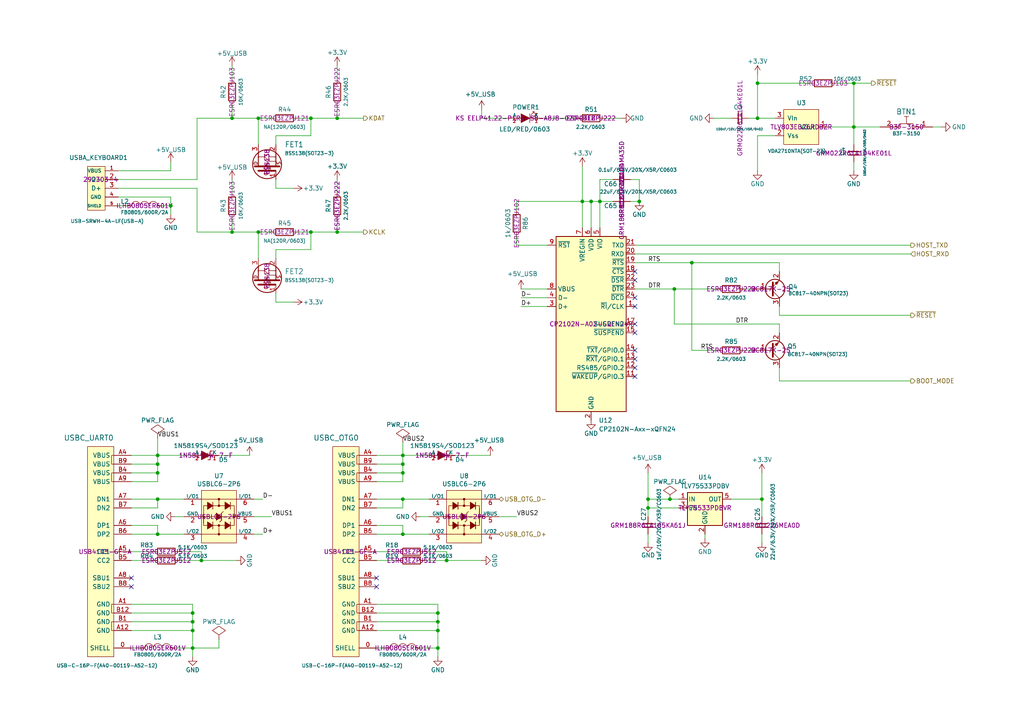
<source format=kicad_sch>
(kicad_sch (version 20250114) (generator "eeschema") (generator_version "9.0")
  (paper "A4")
  (lib_symbols
    (symbol "AgonLight2_Rev_B:+3.3V" (power) (pin_names (offset 0))
      (property "Value" "+3.3V" (at 0 3.556 0))
      (symbol "+3.3V_1_1"
        (pin power_in line (at 0 0 90) (length 0) (hide yes) (name "+3.3V") (number "1"))
      )
    )
    (symbol "AgonLight2_Rev_B:+5V" (power) (pin_names (offset 0))
      (property "Value" "+5V" (at 0 3.556 0))
      (symbol "+5V_1_1"
        (pin power_in line (at 0 0 90) (length 0) (hide yes) (name "+5V") (number "1"))
      )
    )
    (symbol "AgonLight2_Rev_B:+5V_USB" (power) (pin_names (offset 0))
      (property "Value" "+5V_USB" (at 0 3.81 0))
      (symbol "+5V_USB_1_1"
        (pin power_in line (at 0 0 90) (length 0) (hide yes) (name "+5V_USB") (number "1"))
      )
    )
    (symbol "AgonLight2_Rev_B:C" (pin_numbers (hide yes)) (pin_names (offset 0.254) (hide yes))
      (property "Reference" "C" (at 0.254 1.778 0))
      (property "Value" "C" (at 0.254 -2.032 0))
      (symbol "C_1_1"
        (pin passive line (at 0 2.54 270) (length 1.905) (name "~") (number "1"))
        (pin passive line (at 0 -2.54 90) (length 2.032) (name "~") (number "2"))
      )
    )
    (symbol "AgonLight2_Rev_B:D_Schottky" (pin_names (offset 0))
      (property "Reference" "D" (at 0 2.54 0))
      (property "Value" "D_Schottky" (at 0 -2.54 0))
      (symbol "D_Schottky_1_1"
        (pin passive line (at -3.81 0 0) (length 2.54) (name "K") (number "1"))
        (pin passive line (at 3.81 0 180) (length 2.54) (name "A") (number "2"))
      )
    )
    (symbol "AgonLight2_Rev_B:GND" (power) (pin_names (offset 0))
      (property "Value" "GND" (at 0 -3.81 0))
      (symbol "GND_1_1"
        (pin power_in line (at 0 0 270) (length 0) (hide yes) (name "GND") (number "1"))
      )
    )
    (symbol "AgonLight2_Rev_B:L" (pin_numbers (hide yes)) (pin_names (offset 0) (hide yes))
      (property "Reference" "L" (at -1.27 2.54 0))
      (property "Value" "L" (at -1.27 -1.27 0))
      (symbol "L_1_1"
        (pin passive line (at -5.08 0 0) (length 1.27) (name "1") (number "1"))
        (pin passive line (at 5.08 0 180) (length 1.27) (name "2") (number "2"))
      )
    )
    (symbol "AgonLight2_Rev_B:LED" (pin_names (offset 0))
      (property "Reference" "LED" (at 0 2.54 0))
      (property "Value" "LED" (at 0 -2.54 0))
      (symbol "LED_1_1"
        (pin passive line (at -5.08 0 0) (length 3.81) (name "K") (number "1"))
        (pin passive line (at 5.08 0 180) (length 3.81) (name "A") (number "2"))
      )
    )
    (symbol "AgonLight2_Rev_B:N-MOS+DIOD" (pin_names (offset 1.016) (hide yes))
      (property "Reference" "FET" (at 0 6.35 0))
      (property "Value" "N-MOS+DIOD" (at 0 -6.35 0))
      (symbol "N-MOS+DIOD_0_0"
        (text "G" (at -3.429 0.3048 0) (effects (font (size 1.016 1.016))))
        (text "N-MOS" (at -1.905 -0.0254 900) (effects (font (size 0.4064 0.4064))))
        (text "D" (at -0.3302 3.302 0) (effects (font (size 1.016 1.016))))
        (text "S" (at -0.3048 -3.4036 0) (effects (font (size 1.016 1.016))))
      )
      (symbol "N-MOS+DIOD_1_1"
        (pin input line (at -5.08 -2.54 0) (length 2.54) (name "G") (number "1"))
        (pin passive line (at 5.08 2.54 180) (length 2.54) (name "D") (number "3"))
        (pin passive line (at 5.08 -2.54 180) (length 2.54) (name "S") (number "2"))
      )
    )
    (symbol "AgonLight2_Rev_B:PWR_FLAG" (power) (pin_numbers (hide yes)) (pin_names (offset 0) (hide yes))
      (property "Value" "PWR_FLAG" (at 0 4.572 0))
      (symbol "PWR_FLAG_0_0"
        (pin power_out line (at 0 0 90) (length 0) (name "pwr") (number "1"))
      )
    )
    (symbol "AgonLight2_Rev_B:Q_NPN_BEC" (pin_names (offset 0) (hide yes))
      (property "Reference" "Q" (at 7.62 1.27 0))
      (property "Value" "Q_NPN_BEC" (at 15.24 -1.27 0))
      (symbol "Q_NPN_BEC_1_1"
        (pin passive line (at -5.08 0 0) (length 5.715) (name "B") (number "1"))
        (pin passive line (at 2.54 5.08 270) (length 2.54) (name "C") (number "3"))
        (pin passive line (at 2.54 -5.08 90) (length 2.54) (name "E") (number "2"))
      )
    )
    (symbol "AgonLight2_Rev_B:R" (pin_numbers (hide yes)) (pin_names (offset 0))
      (property "Reference" "R" (at 0 2.032 0))
      (property "Value" "R" (at 0 0 0))
      (symbol "R_1_1"
        (pin passive line (at -3.81 0 0) (length 1.27) (name "~") (number "1"))
        (pin passive line (at 3.81 0 180) (length 1.27) (name "~") (number "2"))
      )
    )
    (symbol "AgonLight2_Rev_B:T1107A(6x3,8x2,5MM)" (pin_names (offset 1.016))
      (property "Reference" "SW" (at -4.064 2.794 0))
      (property "Value" "T1107A(6x3,8x2,5MM)" (at 14.478 2.794 0))
      (symbol "T1107A(6x3,8x2,5MM)_1_1"
        (pin passive line (at -7.62 0 0) (length 5.08) (name "~") (number "1"))
        (pin passive line (at 7.62 0 180) (length 5.08) (name "~") (number "2"))
      )
    )
    (symbol "AgonLight2_Rev_B:USB2.0_TYPE-C(A40-00119-A52-12)" (pin_names (offset 1.016))
      (property "Reference" "USB-C" (at 0 33.02 0))
      (property "Value" "USB2.0_TYPE-C(A40-00119-A52-12)" (at 0 -33.02 0))
      (property "Footprint" "OLIMEX_Connectors-FP:USB2.0_TYPE-C(A40-00119-A52-12)" (at 0 -35.56 0))
      (symbol "USB2.0_TYPE-C(A40-00119-A52-12)_1_1"
        (pin power_in line (at -7.62 27.94 0) (length 5.08) (name "VBUS") (number "A4"))
        (pin power_in line (at -7.62 25.4 0) (length 5.08) (name "VBUS") (number "B9"))
        (pin power_in line (at -7.62 22.86 0) (length 5.08) (name "VBUS") (number "B4"))
        (pin power_in line (at -7.62 20.32 0) (length 5.08) (name "VBUS") (number "A9"))
        (pin bidirectional line (at -7.62 15.24 0) (length 5.08) (name "DN1") (number "A7"))
        (pin bidirectional line (at -7.62 12.7 0) (length 5.08) (name "DN2") (number "B7"))
        (pin bidirectional line (at -7.62 7.62 0) (length 5.08) (name "DP1") (number "A6"))
        (pin bidirectional line (at -7.62 5.08 0) (length 5.08) (name "DP2") (number "B6"))
        (pin input line (at -7.62 0 0) (length 5.08) (name "CC1") (number "A5"))
        (pin input line (at -7.62 -2.54 0) (length 5.08) (name "CC2") (number "B5"))
        (pin bidirectional line (at -7.62 -7.62 0) (length 5.08) (name "SBU1") (number "A8"))
        (pin bidirectional line (at -7.62 -10.16 0) (length 5.08) (name "SBU2") (number "B8"))
        (pin power_in line (at -7.62 -15.24 0) (length 5.08) (name "GND") (number "A1"))
        (pin power_in line (at -7.62 -17.78 0) (length 5.08) (name "GND") (number "B12"))
        (pin power_in line (at -7.62 -20.32 0) (length 5.08) (name "GND") (number "B1"))
        (pin power_in line (at -7.62 -22.86 0) (length 5.08) (name "GND") (number "A12"))
        (pin passive line (at -7.62 -27.94 0) (length 5.08) (name "SHELL") (number "0"))
      )
    )
    (symbol "AgonLight2_Rev_B:USBLC6-2P6" (pin_names (offset 0))
      (property "Reference" "U" (at 0 10.16 0))
      (property "Value" "USBLC6-2P6" (at 0 -10.16 0))
      (symbol "USBLC6-2P6_1_1"
        (pin passive line (at -10.16 5.08 0) (length 5.08) (name "I/O1") (number "1"))
        (pin passive line (at -10.16 0 0) (length 5.08) (name "GND") (number "2"))
        (pin passive line (at -10.16 -5.08 0) (length 5.08) (name "I/O2") (number "3"))
        (pin passive line (at 10.16 5.08 180) (length 5.08) (name "I/O1") (number "6"))
        (pin passive line (at 10.16 0 180) (length 5.08) (name "VBUS") (number "5"))
        (pin passive line (at 10.16 -5.08 180) (length 5.08) (name "I/O2") (number "4"))
      )
    )
    (symbol "AgonLight2_Rev_B:USB_A_MALE" (pin_names (offset 1.016))
      (property "Reference" "USB" (at 1.27 6.35 0))
      (property "Value" "USB_A_MALE" (at 1.27 -11.43 0))
      (symbol "USB_A_MALE_1_1"
        (pin input line (at -5.08 2.54 0) (length 3.81) (name "VBUS") (number "1"))
        (pin bidirectional line (at -5.08 0 0) (length 3.81) (name "D-") (number "2"))
        (pin bidirectional line (at -5.08 -2.54 0) (length 3.81) (name "D+") (number "3"))
        (pin power_in line (at -5.08 -5.08 0) (length 3.81) (name "GND") (number "4"))
        (pin passive line (at -5.08 -7.62 0) (length 3.81) (name "SHIELD") (number "5"))
      )
    )
    (symbol "AgonLight2_Rev_B:VDA2710NTA(SOT-23)" (pin_names (offset 1.016))
      (property "Reference" "U" (at 0 7.62 0))
      (property "Value" "VDA2710NTA(SOT-23)" (at 0 -7.62 0))
      (symbol "VDA2710NTA(SOT-23)_1_1"
        (pin input line (at -7.62 2.54 0) (length 2.54) (name "VIn") (number "3"))
        (pin power_in line (at -7.62 -2.54 0) (length 2.54) (name "Vss") (number "2"))
        (pin open_collector line (at 7.62 0 180) (length 2.54) (name "VOut") (number "1"))
      )
    )
    (symbol "Interface_USB:CP2102N-Axx-xQFN24"
      (property "Reference" "U" (at -8.89 26.67 0))
      (property "Value" "CP2102N-Axx-xQFN24" (at 13.97 26.67 0))
      (symbol "CP2102N-Axx-xQFN24_1_1"
        (pin input line (at -12.7 22.86 0) (length 2.54) (name "~{RST}") (number "9"))
        (pin input line (at -12.7 10.16 0) (length 2.54) (name "VBUS") (number "8"))
        (pin bidirectional line (at -12.7 7.62 0) (length 2.54) (name "D-") (number "4"))
        (pin bidirectional line (at -12.7 5.08 0) (length 2.54) (name "D+") (number "3"))
        (pin no_connect line (at -10.16 -22.86 0) (length 2.54) (hide yes) (name "NC") (number "10"))
        (pin power_in line (at -2.54 27.94 270) (length 2.54) (name "VREGIN") (number "7"))
        (pin power_in line (at 0 27.94 270) (length 2.54) (name "VDD") (number "6"))
        (pin power_in line (at 0 -27.94 90) (length 2.54) (name "GND") (number "2"))
        (pin passive line (at 0 -27.94 90) (length 2.54) (hide yes) (name "GND") (number "25"))
        (pin power_in line (at 2.54 27.94 270) (length 2.54) (name "VIO") (number "5"))
        (pin no_connect line (at 10.16 -22.86 180) (length 2.54) (hide yes) (name "NC") (number "16"))
        (pin output line (at 12.7 22.86 180) (length 2.54) (name "TXD") (number "21"))
        (pin input line (at 12.7 20.32 180) (length 2.54) (name "RXD") (number "20"))
        (pin output line (at 12.7 17.78 180) (length 2.54) (name "~{RTS}") (number "19"))
        (pin input line (at 12.7 15.24 180) (length 2.54) (name "~{CTS}") (number "18"))
        (pin input line (at 12.7 12.7 180) (length 2.54) (name "~{DSR}") (number "22"))
        (pin output line (at 12.7 10.16 180) (length 2.54) (name "~{DTR}") (number "23"))
        (pin input line (at 12.7 7.62 180) (length 2.54) (name "~{DCD}") (number "24"))
        (pin bidirectional line (at 12.7 5.08 180) (length 2.54) (name "~{RI}/CLK") (number "1"))
        (pin output line (at 12.7 0 180) (length 2.54) (name "SUSPEND") (number "17"))
        (pin output line (at 12.7 -2.54 180) (length 2.54) (name "~{SUSPEND}") (number "15"))
        (pin bidirectional line (at 12.7 -7.62 180) (length 2.54) (name "~{TXT}/GPIO.0") (number "14"))
        (pin bidirectional line (at 12.7 -10.16 180) (length 2.54) (name "~{RXT}/GPIO.1") (number "13"))
        (pin bidirectional line (at 12.7 -12.7 180) (length 2.54) (name "RS485/GPIO.2") (number "12"))
        (pin bidirectional line (at 12.7 -15.24 180) (length 2.54) (name "~{WAKEUP}/GPIO.3") (number "11"))
      )
    )
    (symbol "Regulator_Linear:TLV75533PDBV" (pin_names (offset 0.254))
      (property "Reference" "U" (at -3.81 5.715 0))
      (property "Value" "TLV75533PDBV" (at 0 5.715 0))
      (symbol "TLV75533PDBV_1_1"
        (pin power_in line (at -7.62 2.54 0) (length 2.54) (name "IN") (number "1"))
        (pin input line (at -7.62 0 0) (length 2.54) (name "EN") (number "3"))
        (pin power_in line (at 0 -7.62 90) (length 2.54) (name "GND") (number "2"))
        (pin no_connect line (at 5.08 0 180) (length 2.54) (hide yes) (name "NC") (number "4"))
        (pin power_out line (at 7.62 2.54 180) (length 2.54) (name "OUT") (number "5"))
      )
    )
  )
  (junction (at 97.79 34.29))
  (junction (at 116.84 134.62))
  (junction (at 67.31 34.29))
  (junction (at 129.54 162.56))
  (junction (at 97.79 67.31))
  (junction (at 185.42 58.42))
  (junction (at 45.72 134.62))
  (junction (at 45.72 137.16))
  (junction (at 220.98 144.78))
  (junction (at 247.65 24.13))
  (junction (at 45.72 144.78))
  (junction (at 90.17 34.29))
  (junction (at 55.88 177.8))
  (junction (at 116.84 154.94))
  (junction (at 74.93 34.29))
  (junction (at 194.31 144.78))
  (junction (at 219.71 34.29))
  (junction (at 127 180.34))
  (junction (at 90.17 67.31))
  (junction (at 247.65 36.83))
  (junction (at 127 182.88))
  (junction (at 55.88 187.96))
  (junction (at 74.93 67.31))
  (junction (at 116.84 137.16))
  (junction (at 127 187.96))
  (junction (at 49.53 59.69))
  (junction (at 195.58 83.82))
  (junction (at 67.31 67.31))
  (junction (at 127 177.8))
  (junction (at 187.96 144.78))
  (junction (at 173.99 58.42))
  (junction (at 171.45 58.42))
  (junction (at 55.88 182.88))
  (junction (at 45.72 132.08))
  (junction (at 116.84 132.08))
  (junction (at 168.91 58.42))
  (junction (at 55.88 180.34))
  (junction (at 200.66 76.2))
  (junction (at 219.71 24.13))
  (junction (at 187.96 147.32))
  (junction (at 45.72 154.94))
  (junction (at 116.84 144.78))
  (junction (at 58.42 162.56))
  (no_connect (at 109.22 170.18))
  (no_connect (at 184.15 86.36))
  (no_connect (at 184.15 109.22))
  (no_connect (at 38.1 167.64))
  (no_connect (at 184.15 96.52))
  (no_connect (at 184.15 101.6))
  (no_connect (at 184.15 88.9))
  (no_connect (at 184.15 104.14))
  (no_connect (at 38.1 170.18))
  (no_connect (at 184.15 81.28))
  (no_connect (at 184.15 93.98))
  (no_connect (at 184.15 78.74))
  (no_connect (at 184.15 106.68))
  (no_connect (at 109.22 167.64))
  (wire (pts (xy 212.09 34.29) (xy 207.01 34.29)))
  (wire (pts (xy 196.85 147.32) (xy 187.96 147.32)))
  (wire (pts (xy 184.15 71.12) (xy 264.16 71.12)))
  (wire (pts (xy 124.46 149.86) (xy 121.92 149.86)))
  (wire (pts (xy 173.99 58.42) (xy 177.8 58.42)))
  (wire (pts (xy 132.08 132.08) (xy 142.24 132.08)))
  (wire (pts (xy 171.45 58.42) (xy 173.99 58.42)))
  (wire (pts (xy 45.72 144.78) (xy 53.34 144.78)))
  (wire (pts (xy 97.79 19.05) (xy 97.79 22.86)))
  (wire (pts (xy 86.36 67.31) (xy 90.17 67.31)))
  (wire (pts (xy 220.98 154.94) (xy 220.98 157.48)))
  (wire (pts (xy 49.53 59.69) (xy 49.53 62.23)))
  (wire (pts (xy 55.88 187.96) (xy 55.88 182.88)))
  (wire (pts (xy 45.72 144.78) (xy 45.72 147.32)))
  (wire (pts (xy 226.06 88.9) (xy 226.06 91.44)))
  (wire (pts (xy 45.72 137.16) (xy 45.72 134.62)))
  (wire (pts (xy 109.22 139.7) (xy 116.84 139.7)))
  (wire (pts (xy 171.45 66.04) (xy 171.45 58.42)))
  (wire (pts (xy 55.88 187.96) (xy 50.8 187.96)))
  (wire (pts (xy 127 190.5) (xy 127 187.96)))
  (wire (pts (xy 45.72 154.94) (xy 38.1 154.94)))
  (wire (pts (xy 58.42 162.56) (xy 52.07 162.56)))
  (wire (pts (xy 242.57 24.13) (xy 247.65 24.13)))
  (wire (pts (xy 116.84 152.4) (xy 116.84 154.94)))
  (wire (pts (xy 97.79 55.88) (xy 97.79 52.07)))
  (wire (pts (xy 151.13 86.36) (xy 158.75 86.36)))
  (wire (pts (xy 187.96 147.32) (xy 187.96 144.78)))
  (wire (pts (xy 97.79 30.48) (xy 97.79 34.29)))
  (wire (pts (xy 74.93 34.29) (xy 67.31 34.29)))
  (wire (pts (xy 184.15 83.82) (xy 195.58 83.82)))
  (wire (pts (xy 80.01 87.63) (xy 85.09 87.63)))
  (wire (pts (xy 38.1 177.8) (xy 55.88 177.8)))
  (wire (pts (xy 226.06 93.98) (xy 195.58 93.98)))
  (wire (pts (xy 90.17 67.31) (xy 97.79 67.31)))
  (wire (pts (xy 116.84 139.7) (xy 116.84 137.16)))
  (wire (pts (xy 149.86 68.58) (xy 149.86 71.12)))
  (wire (pts (xy 45.72 132.08) (xy 55.88 132.08)))
  (wire (pts (xy 116.84 144.78) (xy 116.84 147.32)))
  (wire (pts (xy 34.29 49.53) (xy 49.53 49.53)))
  (wire (pts (xy 86.36 34.29) (xy 90.17 34.29)))
  (wire (pts (xy 129.54 162.56) (xy 123.19 162.56)))
  (wire (pts (xy 57.15 52.07) (xy 57.15 34.29)))
  (wire (pts (xy 67.31 63.5) (xy 67.31 67.31)))
  (wire (pts (xy 247.65 41.91) (xy 247.65 36.83)))
  (wire (pts (xy 168.91 66.04) (xy 168.91 58.42)))
  (wire (pts (xy 49.53 46.99) (xy 49.53 49.53)))
  (wire (pts (xy 46.99 59.69) (xy 49.53 59.69)))
  (wire (pts (xy 63.5 185.42) (xy 63.5 187.96)))
  (wire (pts (xy 115.57 160.02) (xy 109.22 160.02)))
  (wire (pts (xy 151.13 88.9) (xy 158.75 88.9)))
  (wire (pts (xy 55.88 190.5) (xy 55.88 187.96)))
  (wire (pts (xy 247.65 24.13) (xy 252.73 24.13)))
  (wire (pts (xy 55.88 180.34) (xy 55.88 177.8)))
  (wire (pts (xy 109.22 177.8) (xy 127 177.8)))
  (wire (pts (xy 49.53 57.15) (xy 49.53 59.69)))
  (wire (pts (xy 63.5 132.08) (xy 72.39 132.08)))
  (wire (pts (xy 127 180.34) (xy 127 177.8)))
  (wire (pts (xy 111.76 187.96) (xy 109.22 187.96)))
  (wire (pts (xy 116.84 134.62) (xy 116.84 132.08)))
  (wire (pts (xy 200.66 101.6) (xy 208.28 101.6)))
  (wire (pts (xy 247.65 36.83) (xy 255.27 36.83)))
  (wire (pts (xy 73.66 149.86) (xy 78.74 149.86)))
  (wire (pts (xy 53.34 154.94) (xy 45.72 154.94)))
  (wire (pts (xy 173.99 52.07) (xy 173.99 58.42)))
  (wire (pts (xy 127 175.26) (xy 109.22 175.26)))
  (wire (pts (xy 184.15 73.66) (xy 264.16 73.66)))
  (wire (pts (xy 127 180.34) (xy 109.22 180.34)))
  (wire (pts (xy 116.84 144.78) (xy 124.46 144.78)))
  (wire (pts (xy 127 182.88) (xy 127 180.34)))
  (wire (pts (xy 127 187.96) (xy 121.92 187.96)))
  (wire (pts (xy 80.01 54.61) (xy 85.09 54.61)))
  (wire (pts (xy 38.1 144.78) (xy 45.72 144.78)))
  (wire (pts (xy 220.98 137.16) (xy 220.98 144.78)))
  (wire (pts (xy 220.98 144.78) (xy 220.98 149.86)))
  (wire (pts (xy 226.06 78.74) (xy 226.06 76.2)))
  (wire (pts (xy 109.22 137.16) (xy 116.84 137.16)))
  (wire (pts (xy 139.7 34.29) (xy 147.32 34.29)))
  (wire (pts (xy 219.71 24.13) (xy 219.71 21.59)))
  (wire (pts (xy 226.06 96.52) (xy 226.06 93.98)))
  (wire (pts (xy 127 187.96) (xy 127 182.88)))
  (wire (pts (xy 38.1 137.16) (xy 45.72 137.16)))
  (wire (pts (xy 219.71 39.37) (xy 219.71 49.53)))
  (wire (pts (xy 187.96 144.78) (xy 187.96 137.16)))
  (wire (pts (xy 97.79 67.31) (xy 105.41 67.31)))
  (wire (pts (xy 226.06 91.44) (xy 264.16 91.44)))
  (wire (pts (xy 38.1 132.08) (xy 45.72 132.08)))
  (wire (pts (xy 219.71 34.29) (xy 219.71 24.13)))
  (wire (pts (xy 109.22 132.08) (xy 116.84 132.08)))
  (wire (pts (xy 167.64 34.29) (xy 157.48 34.29)))
  (wire (pts (xy 219.71 34.29) (xy 217.17 34.29)))
  (wire (pts (xy 168.91 48.26) (xy 168.91 58.42)))
  (wire (pts (xy 226.06 106.68) (xy 226.06 110.49)))
  (wire (pts (xy 195.58 93.98) (xy 195.58 83.82)))
  (wire (pts (xy 127 177.8) (xy 127 175.26)))
  (wire (pts (xy 57.15 34.29) (xy 67.31 34.29)))
  (wire (pts (xy 224.79 34.29) (xy 219.71 34.29)))
  (wire (pts (xy 80.01 52.07) (xy 80.01 54.61)))
  (wire (pts (xy 45.72 139.7) (xy 45.72 137.16)))
  (wire (pts (xy 55.88 175.26) (xy 38.1 175.26)))
  (wire (pts (xy 247.65 24.13) (xy 247.65 36.83)))
  (wire (pts (xy 63.5 187.96) (xy 55.88 187.96)))
  (wire (pts (xy 226.06 110.49) (xy 264.16 110.49)))
  (wire (pts (xy 109.22 144.78) (xy 116.84 144.78)))
  (wire (pts (xy 78.74 34.29) (xy 74.93 34.29)))
  (wire (pts (xy 129.54 160.02) (xy 129.54 162.56)))
  (wire (pts (xy 240.03 36.83) (xy 247.65 36.83)))
  (wire (pts (xy 55.88 180.34) (xy 38.1 180.34)))
  (wire (pts (xy 80.01 39.37) (xy 90.17 39.37)))
  (wire (pts (xy 78.74 67.31) (xy 74.93 67.31)))
  (wire (pts (xy 58.42 160.02) (xy 58.42 162.56)))
  (wire (pts (xy 187.96 144.78) (xy 194.31 144.78)))
  (wire (pts (xy 74.93 41.91) (xy 74.93 34.29)))
  (wire (pts (xy 52.07 160.02) (xy 58.42 160.02)))
  (wire (pts (xy 123.19 160.02) (xy 129.54 160.02)))
  (wire (pts (xy 109.22 162.56) (xy 115.57 162.56)))
  (wire (pts (xy 175.26 34.29) (xy 180.34 34.29)))
  (wire (pts (xy 44.45 160.02) (xy 38.1 160.02)))
  (wire (pts (xy 139.7 162.56) (xy 129.54 162.56)))
  (wire (pts (xy 139.7 34.29) (xy 139.7 31.75)))
  (wire (pts (xy 208.28 83.82) (xy 195.58 83.82)))
  (wire (pts (xy 116.84 137.16) (xy 116.84 134.62)))
  (wire (pts (xy 36.83 59.69) (xy 34.29 59.69)))
  (wire (pts (xy 53.34 149.86) (xy 50.8 149.86)))
  (wire (pts (xy 57.15 67.31) (xy 67.31 67.31)))
  (wire (pts (xy 38.1 162.56) (xy 44.45 162.56)))
  (wire (pts (xy 273.05 36.83) (xy 270.51 36.83)))
  (wire (pts (xy 149.86 58.42) (xy 149.86 60.96)))
  (wire (pts (xy 73.66 154.94) (xy 76.2 154.94)))
  (wire (pts (xy 171.45 58.42) (xy 168.91 58.42)))
  (wire (pts (xy 90.17 39.37) (xy 90.17 34.29)))
  (wire (pts (xy 124.46 154.94) (xy 116.84 154.94)))
  (wire (pts (xy 212.09 144.78) (xy 220.98 144.78)))
  (wire (pts (xy 74.93 74.93) (xy 74.93 67.31)))
  (wire (pts (xy 116.84 154.94) (xy 109.22 154.94)))
  (wire (pts (xy 182.88 52.07) (xy 185.42 52.07)))
  (wire (pts (xy 224.79 39.37) (xy 219.71 39.37)))
  (wire (pts (xy 55.88 177.8) (xy 55.88 175.26)))
  (wire (pts (xy 149.86 58.42) (xy 168.91 58.42)))
  (wire (pts (xy 67.31 22.86) (xy 67.31 19.05)))
  (wire (pts (xy 187.96 147.32) (xy 187.96 149.86)))
  (wire (pts (xy 97.79 63.5) (xy 97.79 67.31)))
  (wire (pts (xy 80.01 74.93) (xy 80.01 72.39)))
  (wire (pts (xy 219.71 24.13) (xy 234.95 24.13)))
  (wire (pts (xy 68.58 162.56) (xy 58.42 162.56)))
  (wire (pts (xy 90.17 34.29) (xy 97.79 34.29)))
  (wire (pts (xy 204.47 154.94) (xy 204.47 156.21)))
  (wire (pts (xy 194.31 144.78) (xy 196.85 144.78)))
  (wire (pts (xy 173.99 58.42) (xy 173.99 66.04)))
  (wire (pts (xy 215.9 101.6) (xy 218.44 101.6)))
  (wire (pts (xy 109.22 182.88) (xy 127 182.88)))
  (wire (pts (xy 67.31 30.48) (xy 67.31 34.29)))
  (wire (pts (xy 34.29 57.15) (xy 49.53 57.15)))
  (wire (pts (xy 45.72 152.4) (xy 45.72 154.94)))
  (wire (pts (xy 90.17 72.39) (xy 90.17 67.31)))
  (wire (pts (xy 57.15 54.61) (xy 34.29 54.61)))
  (wire (pts (xy 177.8 52.07) (xy 173.99 52.07)))
  (wire (pts (xy 187.96 154.94) (xy 187.96 157.48)))
  (wire (pts (xy 80.01 72.39) (xy 90.17 72.39)))
  (wire (pts (xy 45.72 134.62) (xy 38.1 134.62)))
  (wire (pts (xy 45.72 147.32) (xy 38.1 147.32)))
  (wire (pts (xy 55.88 182.88) (xy 55.88 180.34)))
  (wire (pts (xy 45.72 134.62) (xy 45.72 132.08)))
  (wire (pts (xy 116.84 132.08) (xy 124.46 132.08)))
  (wire (pts (xy 247.65 46.99) (xy 247.65 49.53)))
  (wire (pts (xy 97.79 34.29) (xy 105.41 34.29)))
  (wire (pts (xy 185.42 58.42) (xy 182.88 58.42)))
  (wire (pts (xy 144.78 149.86) (xy 149.86 149.86)))
  (wire (pts (xy 109.22 152.4) (xy 116.84 152.4)))
  (wire (pts (xy 40.64 187.96) (xy 38.1 187.96)))
  (wire (pts (xy 34.29 52.07) (xy 57.15 52.07)))
  (wire (pts (xy 80.01 85.09) (xy 80.01 87.63)))
  (wire (pts (xy 38.1 182.88) (xy 55.88 182.88)))
  (wire (pts (xy 38.1 139.7) (xy 45.72 139.7)))
  (wire (pts (xy 116.84 128.27) (xy 116.84 132.08)))
  (wire (pts (xy 45.72 127) (xy 45.72 132.08)))
  (wire (pts (xy 57.15 67.31) (xy 57.15 54.61)))
  (wire (pts (xy 184.15 76.2) (xy 200.66 76.2)))
  (wire (pts (xy 226.06 76.2) (xy 200.66 76.2)))
  (wire (pts (xy 116.84 147.32) (xy 109.22 147.32)))
  (wire (pts (xy 73.66 144.78) (xy 76.2 144.78)))
  (wire (pts (xy 67.31 55.88) (xy 67.31 52.07)))
  (wire (pts (xy 215.9 83.82) (xy 218.44 83.82)))
  (wire (pts (xy 185.42 52.07) (xy 185.42 58.42)))
  (wire (pts (xy 116.84 134.62) (xy 109.22 134.62)))
  (wire (pts (xy 149.86 71.12) (xy 158.75 71.12)))
  (wire (pts (xy 74.93 67.31) (xy 67.31 67.31)))
  (wire (pts (xy 151.13 83.82) (xy 158.75 83.82)))
  (wire (pts (xy 38.1 152.4) (xy 45.72 152.4)))
  (wire (pts (xy 80.01 41.91) (xy 80.01 39.37)))
  (wire (pts (xy 200.66 76.2) (xy 200.66 101.6)))
  (label "D+" (at 151.13 88.9 0))
  (label "D-" (at 151.13 86.36 0))
  (label "VBUS2" (at 149.86 149.86 0))
  (label "DTR" (at 213.36 93.98 0))
  (label "VBUS1" (at 45.72 127 0))
  (label "D-" (at 76.2 144.78 0))
  (label "VBUS2" (at 116.84 128.27 0))
  (label "D+" (at 76.2 154.94 0))
  (label "RTS" (at 187.96 76.2 0))
  (label "VBUS1" (at 78.74 149.86 0))
  (label "RTS" (at 203.2 101.6 0))
  (label "DTR" (at 187.96 83.82 0))
  (hierarchical_label "~{RESET}" (shape output) (at 264.16 91.44 0))
  (hierarchical_label "KDAT" (shape output) (at 105.41 34.29 0))
  (hierarchical_label "HOST_TXD" (shape output) (at 264.16 71.12 0))
  (hierarchical_label "BOOT_MODE" (shape output) (at 264.16 110.49 0))
  (hierarchical_label "~{RESET}" (shape output) (at 252.73 24.13 0))
  (hierarchical_label "USB_OTG_D+" (shape bidirectional) (at 144.78 154.94 0))
  (hierarchical_label "HOST_RXD" (shape input) (at 264.16 73.66 0))
  (hierarchical_label "USB_OTG_D-" (shape bidirectional) (at 144.78 144.78 0))
  (hierarchical_label "KCLK" (shape output) (at 105.41 67.31 0))
  (symbol (lib_id "AgonLight2_Rev_B:GND") (at 207.01 34.29 270) (unit 1)
    (property "Reference" "#PWR036" (effects (hide yes)))
    (property "Value" "GND" (at 201.93 34.29 90))
  )
  (symbol (lib_id "AgonLight2_Rev_B:C") (at 180.34 58.42 90) (unit 1)
    (property "Reference" "C65" (at 179.07 59.69 90) (effects (justify left)))
    (property "Value" "22uF/6.3V/20%/X5R/C0603" (at 196.342 55.626 90) (effects (font (size 1.016 1.016)) (justify left)))
    (property "Footprint" "HexAgonFootprintsLibrary:C_0603_5MIL_DWS" (effects (hide yes)))
    (property "Fieldname2" "Value2" (effects (hide yes)))
    (property "Fieldname3" "Value3" (effects (hide yes)))
    (property "MfgNumber" "GRM188R60J226MEA0D" (at 180.34 58.42 0))
  )
  (symbol (lib_id "AgonLight2_Rev_B:+3.3V") (at 85.09 87.63 270) (unit 1)
    (property "Reference" "#PWR030" (effects (hide yes)))
    (property "Value" "+3.3V" (at 90.805 87.63 90))
  )
  (symbol (lib_id "AgonLight2_Rev_B:USB2.0_TYPE-C(A40-00119-A52-12)") (at 30.48 160.02 0) (mirror y) (unit 1)
    (property "Reference" "USBC_UART0" (at 33.02 127 0) (effects (font (size 1.524 1.524)) (justify left)))
    (property "Value" "USB-C-16P-F(A40-00119-A52-12)" (at 45.72 193.04 0) (effects (font (size 1.016 1.016)) (justify left)))
    (property "Footprint" "HexAgonFootprintsLibrary:USB2.0_TYPE-C(A40-00119-A52-12)" (effects (hide yes)))
    (property "MfgNumber" "USB4105-GF-A" (at 30.48 160.02 0))
  )
  (symbol (lib_id "AgonLight2_Rev_B:GND") (at 68.58 162.56 90) (mirror x) (unit 1)
    (property "Reference" "#PWR078" (effects (hide yes)))
    (property "Value" "GND" (at 72.39 162.56 0))
  )
  (symbol (lib_id "AgonLight2_Rev_B:+5V_USB") (at 72.39 132.08 0) (mirror y) (unit 1)
    (property "Reference" "#PWR087" (effects (hide yes)))
    (property "Value" "+5V_USB" (at 72.009 127.6858 0))
  )
  (symbol (lib_id "AgonLight2_Rev_B:R") (at 82.55 67.31 0) (mirror x) (unit 1)
    (property "Reference" "R45" (at 82.55 64.77 0))
    (property "Value" "NA(120R/0603)" (at 82.55 69.85 0) (effects (font (size 1.016 1.016))))
    (property "Footprint" "HexAgonFootprintsLibrary:R_0603_5MIL_DWS" (effects (hide yes)))
    (property "MfgNumber" "ESR03EZPJ121" (at 82.55 67.31 0))
  )
  (symbol (lib_id "AgonLight2_Rev_B:USB_A_MALE") (at 29.21 52.07 0) (mirror y) (unit 1)
    (property "Reference" "USBA_KEYBOARD1" (at 28.575 45.72 0))
    (property "Value" "USB-SRWH-4A-LF(USB-A)" (at 31.115 64.135 0) (effects (font (size 1.016 1.016))))
    (property "Footprint" "HexAgonFootprintsLibrary:USB_PN87520_HOST_PTH" (effects (hide yes)))
    (property "MfgNumber" "292303-4" (at 29.21 52.07 0))
  )
  (symbol (lib_id "AgonLight2_Rev_B:R") (at 48.26 162.56 0) (unit 1)
    (property "Reference" "R84" (at 42.545 161.29 0))
    (property "Value" "5.1K/0603" (at 55.88 161.29 0) (effects (font (size 1.016 1.016))))
    (property "Footprint" "HexAgonFootprintsLibrary:R_0603_5MIL_DWS" (effects (hide yes)))
    (property "MfgNumber" "ESR03EZPJ512" (at 48.26 162.56 0))
  )
  (symbol (lib_id "AgonLight2_Rev_B:PWR_FLAG") (at 116.84 128.27 0) (unit 1)
    (property "Reference" "#FLG02" (effects (hide yes)))
    (property "Value" "PWR_FLAG" (at 116.84 123.19 0))
  )
  (symbol (lib_id "AgonLight2_Rev_B:C") (at 187.96 152.4 0) (unit 1)
    (property "Reference" "C27" (at 186.69 151.13 90) (effects (justify left)))
    (property "Value" "1uF/10V/20%/X5R/C0603" (at 191.135 162.56 90) (effects (font (size 1.016 1.016)) (justify left)))
    (property "Footprint" "HexAgonFootprintsLibrary:C_0603_5MIL_DWS" (effects (hide yes)))
    (property "Fieldname2" "Value2" (effects (hide yes)))
    (property "Fieldname3" "Value3" (effects (hide yes)))
    (property "MfgNumber" "GRM188R61A105KA61J" (at 187.96 152.4 0))
  )
  (symbol (lib_id "AgonLight2_Rev_B:L") (at 116.84 187.96 0) (unit 1)
    (property "Reference" "L4" (at 116.84 184.785 0))
    (property "Value" "FB0805/600R/2A" (at 116.84 189.865 0) (effects (font (size 1.016 1.016))))
    (property "Footprint" "HexAgonFootprintsLibrary:L_0805_5MIL_DWS" (effects (hide yes)))
    (property "MfgNumber" "ILHB0805ER601V" (at 116.84 187.96 0))
  )
  (symbol (lib_id "AgonLight2_Rev_B:D_Schottky") (at 128.27 132.08 180) (unit 1)
    (property "Reference" "D4" (at 133.35 133.35 0))
    (property "Value" "1N5819S4/SOD123" (at 128.27 129.286 0))
    (property "Footprint" "HexAgonFootprintsLibrary:SOD-123_1C-2A_KA" (effects (hide yes)))
    (property "MfgNumber" "1N5819HW-7-F" (at 128.27 132.08 0))
  )
  (symbol (lib_id "AgonLight2_Rev_B:R") (at 48.26 160.02 0) (unit 1)
    (property "Reference" "R83" (at 42.545 158.115 0))
    (property "Value" "5.1K/0603" (at 55.88 158.75 0) (effects (font (size 1.016 1.016))))
    (property "Footprint" "HexAgonFootprintsLibrary:R_0603_5MIL_DWS" (effects (hide yes)))
    (property "MfgNumber" "ESR03EZPJ512" (at 48.26 160.02 0))
  )
  (symbol (lib_id "AgonLight2_Rev_B:GND") (at 220.98 157.48 0) (unit 1)
    (property "Reference" "#PWR0156" (effects (hide yes)))
    (property "Value" "GND" (at 220.98 161.036 0))
  )
  (symbol (lib_id "AgonLight2_Rev_B:+3.3V") (at 97.79 52.07 0) (unit 1)
    (property "Reference" "#PWR033" (effects (hide yes)))
    (property "Value" "+3.3V" (at 97.79 48.26 0))
  )
  (symbol (lib_id "AgonLight2_Rev_B:R") (at 149.86 64.77 270) (unit 1)
    (property "Reference" "R86" (at 152.4 64.77 0))
    (property "Value" "1k/0603" (at 147.32 64.77 0))
    (property "Footprint" "HexAgonFootprintsLibrary:R_0603_5MIL_DWS" (effects (hide yes)))
    (property "Fieldname2" "Value2" (effects (hide yes)))
    (property "Fieldname3" "Value3" (effects (hide yes)))
    (property "MfgNumber" "ESR03EZPJ102" (at 149.86 64.77 0))
  )
  (symbol (lib_id "AgonLight2_Rev_B:GND") (at 55.88 190.5 0) (mirror y) (unit 1)
    (property "Reference" "#PWR077" (effects (hide yes)))
    (property "Value" "GND" (at 55.88 194.31 0))
  )
  (symbol (lib_id "AgonLight2_Rev_B:R") (at 171.45 34.29 0) (unit 1)
    (property "Reference" "R51" (at 169.545 31.75 0) (effects (justify left)))
    (property "Value" "2.2K/0603" (at 167.005 36.83 0) (effects (font (size 1.016 1.016)) (justify left)))
    (property "Footprint" "HexAgonFootprintsLibrary:R_0603_5MIL_DWS" (effects (hide yes)))
    (property "Fieldname2" "Value2" (effects (hide yes)))
    (property "Fieldname3" "Value3" (effects (hide yes)))
    (property "MfgNumber" "ESR03EZPJ222" (at 171.45 34.29 0))
  )
  (symbol (lib_id "AgonLight2_Rev_B:+5V_USB") (at 187.96 137.16 0) (mirror y) (unit 1)
    (property "Reference" "#PWR0157" (effects (hide yes)))
    (property "Value" "+5V_USB" (at 187.579 132.7658 0))
  )
  (symbol (lib_id "AgonLight2_Rev_B:R") (at 67.31 59.69 270) (mirror x) (unit 1)
    (property "Reference" "R43" (at 64.77 59.69 0))
    (property "Value" "10K/0603" (at 69.85 59.69 0) (effects (font (size 1.016 1.016))))
    (property "Footprint" "HexAgonFootprintsLibrary:R_0603_5MIL_DWS" (effects (hide yes)))
    (property "MfgNumber" "ESR03EZPJ103" (at 67.31 59.69 0))
  )
  (symbol (lib_id "AgonLight2_Rev_B:USBLC6-2P6") (at 63.5 149.86 0) (unit 1)
    (property "Reference" "U7" (at 63.5 138.049 0))
    (property "Value" "USBLC6-2P6" (at 63.5 140.3604 0))
    (property "Footprint" "HexAgonFootprintsLibrary:SOT-666" (effects (hide yes)))
    (property "MfgNumber" "USBLC6-2P6" (at 63.5 149.86 0))
  )
  (symbol (lib_id "AgonLight2_Rev_B:R") (at 119.38 160.02 0) (unit 1)
    (property "Reference" "R18" (at 113.665 158.115 0))
    (property "Value" "5.1K/0603" (at 127 158.75 0) (effects (font (size 1.016 1.016))))
    (property "Footprint" "HexAgonFootprintsLibrary:R_0603_5MIL_DWS" (effects (hide yes)))
    (property "MfgNumber" "ESR03EZPJ512" (at 119.38 160.02 0))
  )
  (symbol (lib_id "AgonLight2_Rev_B:N-MOS+DIOD") (at 77.47 80.01 90) (unit 1)
    (property "Reference" "FET2" (at 82.55 78.74 90) (effects (font (size 1.524 1.524)) (justify right)))
    (property "Value" "BSS138(SOT23-3)" (at 82.55 81.28 90) (effects (font (size 1.016 1.016)) (justify right)))
    (property "Footprint" "HexAgonFootprintsLibrary:SOT23" (effects (hide yes)))
    (property "MfgNumber" "BSS138" (at 77.47 80.01 0))
  )
  (symbol (lib_id "AgonLight2_Rev_B:GND") (at 171.45 121.92 0) (unit 1)
    (property "Reference" "#PWR0182" (effects (hide yes)))
    (property "Value" "GND" (at 171.45 125.73 0))
  )
  (symbol (lib_id "AgonLight2_Rev_B:GND") (at 273.05 36.83 90) (unit 1)
    (property "Reference" "#PWR040" (effects (hide yes)))
    (property "Value" "GND" (at 278.13 36.83 90))
  )
  (symbol (lib_id "AgonLight2_Rev_B:GND") (at 49.53 62.23 0) (mirror y) (unit 1)
    (property "Reference" "#PWR024" (effects (hide yes)))
    (property "Value" "GND" (at 49.53 66.04 0))
  )
  (symbol (lib_id "AgonLight2_Rev_B:R") (at 67.31 26.67 270) (mirror x) (unit 1)
    (property "Reference" "R42" (at 64.77 26.67 0))
    (property "Value" "10K/0603" (at 69.85 26.67 0) (effects (font (size 1.016 1.016))))
    (property "Footprint" "HexAgonFootprintsLibrary:R_0603_5MIL_DWS" (effects (hide yes)))
    (property "MfgNumber" "ESR03EZPJ103" (at 67.31 26.67 0))
  )
  (symbol (lib_id "AgonLight2_Rev_B:PWR_FLAG") (at 45.72 127 0) (unit 1)
    (property "Reference" "#FLG01" (effects (hide yes)))
    (property "Value" "PWR_FLAG" (at 45.72 121.92 0))
  )
  (symbol (lib_id "AgonLight2_Rev_B:Q_NPN_BEC") (at 223.52 101.6 0) (mirror x) (unit 1)
    (property "Reference" "Q5" (at 228.3714 100.4316 0) (effects (justify left)))
    (property "Value" "BC817-40NPN(SOT23)" (at 228.3714 102.743 0) (effects (font (size 1.016 1.016)) (justify left)))
    (property "Footprint" "HexAgonFootprintsLibrary:SOT23" (effects (hide yes)))
    (property "MfgNumber" "BC817K-25" (at 223.52 101.6 0))
  )
  (symbol (lib_id "AgonLight2_Rev_B:GND") (at 219.71 49.53 0) (unit 1)
    (property "Reference" "#PWR038" (effects (hide yes)))
    (property "Value" "GND" (at 219.71 53.34 0))
  )
  (symbol (lib_id "AgonLight2_Rev_B:GND") (at 127 190.5 0) (mirror y) (unit 1)
    (property "Reference" "#PWR082" (effects (hide yes)))
    (property "Value" "GND" (at 127 194.31 0))
  )
  (symbol (lib_id "AgonLight2_Rev_B:C") (at 220.98 152.4 0) (unit 1)
    (property "Reference" "C26" (at 219.71 151.13 90) (effects (justify left)))
    (property "Value" "22uF/6.3V/20%/X5R/C0603" (at 224.155 162.56 90) (effects (font (size 1.016 1.016)) (justify left)))
    (property "Footprint" "HexAgonFootprintsLibrary:C_0603_5MIL_DWS" (effects (hide yes)))
    (property "Fieldname2" "Value2" (effects (hide yes)))
    (property "Fieldname3" "Value3" (effects (hide yes)))
    (property "MfgNumber" "GRM188R60J226MEA0D" (at 220.98 152.4 0))
  )
  (symbol (lib_id "AgonLight2_Rev_B:R") (at 212.09 83.82 0) (unit 1)
    (property "Reference" "R82" (at 212.09 81.28 0))
    (property "Value" "2.2K/0603" (at 212.09 86.36 0) (effects (font (size 1.016 1.016))))
    (property "Footprint" "HexAgonFootprintsLibrary:R_0603_5MIL_DWS" (effects (hide yes)))
    (property "Fieldname2" "Value2" (effects (hide yes)))
    (property "Fieldname3" "Value3" (effects (hide yes)))
    (property "MfgNumber" "ESR03EZPJ222" (at 212.09 83.82 0))
  )
  (symbol (lib_id "AgonLight2_Rev_B:R") (at 97.79 59.69 270) (mirror x) (unit 1)
    (property "Reference" "R47" (at 95.25 59.69 0))
    (property "Value" "2.2K/0603" (at 100.33 59.69 0) (effects (font (size 1.016 1.016))))
    (property "Footprint" "HexAgonFootprintsLibrary:R_0603_5MIL_DWS" (effects (hide yes)))
    (property "MfgNumber" "ESR03EZPJ222" (at 97.79 59.69 0))
  )
  (symbol (lib_id "AgonLight2_Rev_B:Q_NPN_BEC") (at 223.52 83.82 0) (mirror x) (unit 1)
    (property "Reference" "Q4" (at 228.6 83.185 0) (effects (justify left)))
    (property "Value" "BC817-40NPN(SOT23)" (at 228.6 85.09 0) (effects (font (size 1.016 1.016)) (justify left)))
    (property "Footprint" "HexAgonFootprintsLibrary:SOT23" (effects (hide yes)))
    (property "MfgNumber" "BC817K-25" (at 223.52 83.82 0))
  )
  (symbol (lib_id "AgonLight2_Rev_B:GND") (at 185.42 58.42 0) (unit 1)
    (property "Reference" "#PWR0183" (effects (hide yes)))
    (property "Value" "GND" (at 185.42 62.23 0))
  )
  (symbol (lib_id "AgonLight2_Rev_B:+5V") (at 67.31 52.07 0) (unit 1)
    (property "Reference" "#PWR028" (effects (hide yes)))
    (property "Value" "+5V_USB" (at 67.31 48.514 0))
  )
  (symbol (lib_id "AgonLight2_Rev_B:USB2.0_TYPE-C(A40-00119-A52-12)") (at 101.6 160.02 0) (mirror y) (unit 1)
    (property "Reference" "USBC_OTG0" (at 104.14 127 0) (effects (font (size 1.524 1.524)) (justify left)))
    (property "Value" "USB-C-16P-F(A40-00119-A52-12)" (at 116.84 193.04 0) (effects (font (size 1.016 1.016)) (justify left)))
    (property "Footprint" "HexAgonFootprintsLibrary:USB2.0_TYPE-C(A40-00119-A52-12)" (effects (hide yes)))
    (property "MfgNumber" "USB4105-GF-A" (at 101.6 160.02 0))
  )
  (symbol (lib_id "AgonLight2_Rev_B:GND") (at 247.65 49.53 0) (unit 1)
    (property "Reference" "#PWR039" (effects (hide yes)))
    (property "Value" "GND" (at 247.65 53.34 0))
  )
  (symbol (lib_id "AgonLight2_Rev_B:USBLC6-2P6") (at 134.62 149.86 0) (unit 1)
    (property "Reference" "U8" (at 134.62 138.049 0))
    (property "Value" "USBLC6-2P6" (at 134.62 140.3604 0))
    (property "Footprint" "HexAgonFootprintsLibrary:SOT-666" (effects (hide yes)))
    (property "MfgNumber" "USBLC6-2P6" (at 134.62 149.86 0))
  )
  (symbol (lib_id "AgonLight2_Rev_B:GND") (at 139.7 162.56 90) (mirror x) (unit 1)
    (property "Reference" "#PWR083" (effects (hide yes)))
    (property "Value" "GND" (at 143.51 162.56 0))
  )
  (symbol (lib_id "AgonLight2_Rev_B:+3.3V") (at 219.71 21.59 0) (mirror y) (unit 1)
    (property "Reference" "#PWR037" (effects (hide yes)))
    (property "Value" "+3.3V" (at 219.71 17.78 0))
  )
  (symbol (lib_id "AgonLight2_Rev_B:LED") (at 152.4 34.29 0) (mirror y) (unit 1)
    (property "Reference" "POWER1" (at 148.59 31.115 0) (effects (justify right)))
    (property "Value" "LED/RED/0603" (at 144.78 37.465 0) (effects (justify right)))
    (property "Footprint" "HexAgonFootprintsLibrary:LED_0603_KA" (effects (hide yes)))
    (property "Fieldname2" "Value2" (effects (hide yes)))
    (property "Fieldname3" "Value3" (effects (hide yes)))
    (property "MfgNumber" "KS EELP41.22-P1R2-58-A8J8-020-R18" (at 152.4 34.29 0))
  )
  (symbol (lib_id "AgonLight2_Rev_B:GND") (at 180.34 34.29 90) (unit 1)
    (property "Reference" "#PWR035" (effects (hide yes)))
    (property "Value" "GND" (at 184.785 34.29 90))
  )
  (symbol (lib_id "AgonLight2_Rev_B:GND") (at 204.47 156.21 0) (unit 1)
    (property "Reference" "#PWR0146" (effects (hide yes)))
    (property "Value" "GND" (at 204.47 160.02 0))
  )
  (symbol (lib_id "AgonLight2_Rev_B:R") (at 82.55 34.29 0) (mirror x) (unit 1)
    (property "Reference" "R44" (at 82.55 31.75 0))
    (property "Value" "NA(120R/0603)" (at 82.55 36.83 0) (effects (font (size 1.016 1.016))))
    (property "Footprint" "HexAgonFootprintsLibrary:R_0603_5MIL_DWS" (effects (hide yes)))
    (property "MfgNumber" "ESR03EZPJ121" (at 82.55 34.29 0))
  )
  (symbol (lib_id "AgonLight2_Rev_B:GND") (at 187.96 157.48 0) (unit 1)
    (property "Reference" "#PWR0150" (effects (hide yes)))
    (property "Value" "GND" (at 187.96 161.036 0))
  )
  (symbol (lib_id "AgonLight2_Rev_B:+3.3V") (at 97.79 19.05 0) (unit 1)
    (property "Reference" "#PWR032" (effects (hide yes)))
    (property "Value" "+3.3V" (at 97.79 15.24 0))
  )
  (symbol (lib_id "AgonLight2_Rev_B:R") (at 97.79 26.67 270) (mirror x) (unit 1)
    (property "Reference" "R46" (at 95.25 26.67 0))
    (property "Value" "2.2K/0603" (at 100.33 26.67 0) (effects (font (size 1.016 1.016))))
    (property "Footprint" "HexAgonFootprintsLibrary:R_0603_5MIL_DWS" (effects (hide yes)))
    (property "MfgNumber" "ESR03EZPJ222" (at 97.79 26.67 0))
  )
  (symbol (lib_id "AgonLight2_Rev_B:N-MOS+DIOD") (at 77.47 46.99 90) (unit 1)
    (property "Reference" "FET1" (at 82.55 41.91 90) (effects (font (size 1.524 1.524)) (justify right)))
    (property "Value" "BSS138(SOT23-3)" (at 82.55 44.45 90) (effects (font (size 1.016 1.016)) (justify right)))
    (property "Footprint" "HexAgonFootprintsLibrary:SOT23" (effects (hide yes)))
    (property "MfgNumber" "BSS138" (at 77.47 46.99 0))
  )
  (symbol (lib_id "AgonLight2_Rev_B:L") (at 45.72 187.96 0) (unit 1)
    (property "Reference" "L3" (at 45.72 184.785 0))
    (property "Value" "FB0805/600R/2A" (at 45.72 189.865 0) (effects (font (size 1.016 1.016))))
    (property "Footprint" "HexAgonFootprintsLibrary:L_0805_5MIL_DWS" (effects (hide yes)))
    (property "MfgNumber" "ILHB0805ER601V" (at 45.72 187.96 0))
  )
  (symbol (lib_id "AgonLight2_Rev_B:C") (at 214.63 34.29 270) (unit 1)
    (property "Reference" "C3" (at 212.725 31.115 90) (effects (justify left)))
    (property "Value" "100nF/10V/20%/X5R/0402" (at 207.645 37.465 90) (effects (font (size 0.635 0.635)) (justify left)))
    (property "Footprint" "HexAgonFootprintsLibrary:C_0402_5MIL_DWS" (effects (hide yes)))
    (property "Fieldname2" "Value2" (effects (hide yes)))
    (property "Fieldname3" "Value3" (effects (hide yes)))
    (property "MfgNumber" "GRM022R61A104KE01L" (at 214.63 34.29 0))
  )
  (symbol (lib_id "AgonLight2_Rev_B:D_Schottky") (at 59.69 132.08 180) (unit 1)
    (property "Reference" "D5" (at 64.77 133.35 0))
    (property "Value" "1N5819S4/SOD123" (at 59.69 129.286 0))
    (property "Footprint" "HexAgonFootprintsLibrary:SOD-123_1C-2A_KA" (effects (hide yes)))
    (property "MfgNumber" "1N5819HW-7-F" (at 59.69 132.08 0))
  )
  (symbol (lib_id "AgonLight2_Rev_B:+3.3V") (at 168.91 48.26 0) (unit 1)
    (property "Reference" "#PWR0180" (effects (hide yes)))
    (property "Value" "+3.3V" (at 168.91 44.45 0))
  )
  (symbol (lib_id "AgonLight2_Rev_B:L") (at 41.91 59.69 0) (unit 1)
    (property "Reference" "L2" (at 36.195 58.42 0))
    (property "Value" "FB0805/600R/2A" (at 41.91 61.595 0) (effects (font (size 1.016 1.016))))
    (property "Footprint" "HexAgonFootprintsLibrary:L_0805_5MIL_DWS" (effects (hide yes)))
    (property "MfgNumber" "ILHB0805ER601V" (at 41.91 59.69 0))
  )
  (symbol (lib_id "AgonLight2_Rev_B:R") (at 238.76 24.13 0) (mirror y) (unit 1)
    (property "Reference" "R52" (at 233.68 22.86 0))
    (property "Value" "10K/0603" (at 245.745 22.86 0) (effects (font (size 1.016 1.016))))
    (property "Footprint" "HexAgonFootprintsLibrary:R_0603_5MIL_DWS" (effects (hide yes)))
    (property "MfgNumber" "ESR03EZPJ103" (at 238.76 24.13 0))
  )
  (symbol (lib_id "AgonLight2_Rev_B:+5V_USB") (at 139.7 31.75 0) (mirror y) (unit 1)
    (property "Reference" "#PWR034" (effects (hide yes)))
    (property "Value" "+5V_USB" (at 139.319 27.3558 0))
  )
  (symbol (lib_id "AgonLight2_Rev_B:+5V_USB") (at 151.13 83.82 0) (unit 1)
    (property "Reference" "#PWR0181" (effects (hide yes)))
    (property "Value" "+5V_USB" (at 151.511 79.4258 0))
  )
  (symbol (lib_id "AgonLight2_Rev_B:R") (at 119.38 162.56 0) (unit 1)
    (property "Reference" "R19" (at 113.665 161.29 0))
    (property "Value" "5.1K/0603" (at 127 161.29 0) (effects (font (size 1.016 1.016))))
    (property "Footprint" "HexAgonFootprintsLibrary:R_0603_5MIL_DWS" (effects (hide yes)))
    (property "MfgNumber" "ESR03EZPJ512" (at 119.38 162.56 0))
  )
  (symbol (lib_id "AgonLight2_Rev_B:+3.3V") (at 85.09 54.61 270) (unit 1)
    (property "Reference" "#PWR029" (effects (hide yes)))
    (property "Value" "+3.3V" (at 90.805 54.61 90))
  )
  (symbol (lib_id "AgonLight2_Rev_B:PWR_FLAG") (at 63.5 185.42 0) (unit 1)
    (property "Reference" "#FLG06" (effects (hide yes)))
    (property "Value" "PWR_FLAG" (at 63.5 180.34 0))
  )
  (symbol (lib_id "AgonLight2_Rev_B:C") (at 180.34 52.07 90) (unit 1)
    (property "Reference" "C66" (at 179.07 53.34 90) (effects (justify left)))
    (property "Value" "0.1uF/6.3V/20%/X5R/C0603" (at 196.342 49.276 90) (effects (font (size 1.016 1.016)) (justify left)))
    (property "Footprint" "HexAgonFootprintsLibrary:C_0603_5MIL_DWS" (effects (hide yes)))
    (property "Fieldname2" "Value2" (effects (hide yes)))
    (property "Fieldname3" "Value3" (effects (hide yes)))
    (property "MfgNumber" "GRM188R72A104MA35D" (at 180.34 52.07 0))
  )
  (symbol (lib_id "AgonLight2_Rev_B:GND") (at 121.92 149.86 270) (mirror x) (unit 1)
    (property "Reference" "#PWR081" (effects (hide yes)))
    (property "Value" "GND" (at 116.84 149.86 90))
  )
  (symbol (lib_id "AgonLight2_Rev_B:+3.3V") (at 220.98 137.16 0) (unit 1)
    (property "Reference" "#PWR0151" (effects (hide yes)))
    (property "Value" "+3.3V" (at 220.98 133.35 0))
  )
  (symbol (lib_id "AgonLight2_Rev_B:T1107A(6x3,8x2,5MM)") (at 262.89 36.83 0) (mirror y) (unit 1)
    (property "Reference" "BTN1" (at 262.89 32.385 0) (effects (font (size 1.524 1.524))))
    (property "Value" "B3F-3150" (at 262.89 38.735 0) (effects (font (size 1.016 1.016))))
    (property "Footprint" "HexAgonFootprintsLibrary:B3F-31XX" (effects (hide yes)))
    (property "MfgNumber" "B3F-3150" (at 262.89 36.83 0))
  )
  (symbol (lib_id "AgonLight2_Rev_B:+5V_USB") (at 142.24 132.08 0) (mirror y) (unit 1)
    (property "Reference" "#PWR086" (effects (hide yes)))
    (property "Value" "+5V_USB" (at 141.859 127.6858 0))
  )
  (symbol (lib_id "AgonLight2_Rev_B:+5V") (at 49.53 46.99 0) (unit 1)
    (property "Reference" "#PWR023" (effects (hide yes)))
    (property "Value" "+5V_USB" (at 49.53 43.434 0))
  )
  (symbol (lib_id "AgonLight2_Rev_B:GND") (at 50.8 149.86 270) (mirror x) (unit 1)
    (property "Reference" "#PWR053" (effects (hide yes)))
    (property "Value" "GND" (at 45.72 149.86 90))
  )
  (symbol (lib_id "AgonLight2_Rev_B:+5V") (at 67.31 19.05 0) (unit 1)
    (property "Reference" "#PWR027" (effects (hide yes)))
    (property "Value" "+5V_USB" (at 67.31 15.494 0))
  )
  (symbol (lib_id "AgonLight2_Rev_B:C") (at 247.65 44.45 180) (unit 1)
    (property "Reference" "C4" (at 244.475 42.545 90) (effects (justify left)))
    (property "Value" "100nF/10V/20%/X5R/0402" (at 250.825 37.465 90) (effects (font (size 0.635 0.635)) (justify left)))
    (property "Footprint" "HexAgonFootprintsLibrary:C_0402_5MIL_DWS" (effects (hide yes)))
    (property "Fieldname2" "Value2" (effects (hide yes)))
    (property "Fieldname3" "Value3" (effects (hide yes)))
    (property "MfgNumber" "GRM022R61A104KE01L" (at 247.65 44.45 0))
  )
  (symbol (lib_id "AgonLight2_Rev_B:VDA2710NTA(SOT-23)") (at 232.41 36.83 0) (unit 1)
    (property "Reference" "U3" (at 232.41 29.845 0))
    (property "Value" "VDA2710NTA(SOT-23)" (at 231.14 43.815 0) (effects (font (size 1.016 1.016))))
    (property "Footprint" "HexAgonFootprintsLibrary:SOT-23" (effects (hide yes)))
    (property "MfgNumber" "TLV803EB26RDBZR" (at 232.41 36.83 0))
  )
  (symbol (lib_id "Interface_USB:CP2102N-Axx-xQFN24") (at 171.45 93.98 0) (unit 1)
    (property "Reference" "U12" (at 173.6441 121.92 0) (effects (justify left)))
    (property "Value" "CP2102N-Axx-xQFN24" (at 173.6441 124.46 0) (effects (justify left)))
    (property "Footprint" "Package_DFN_QFN:QFN-24-1EP_4x4mm_P0.5mm_EP2.6x2.6mm" (effects (hide yes)))
    (property "Datasheet" "https://www.silabs.com/documents/public/data-sheets/cp2102n-datasheet.pdf" (effects (hide yes)))
    (property "Description" "USB to UART master bridge, QFN-24" (effects (hide yes)))
    (property "MfgNumber" "CP2102N-A02-GQFN24R" (at 171.45 93.98 0))
  )
  (symbol (lib_id "AgonLight2_Rev_B:PWR_FLAG") (at 194.31 144.78 0) (unit 1)
    (property "Reference" "#FLG03" (effects (hide yes)))
    (property "Value" "PWR_FLAG" (at 194.31 139.7 0))
  )
  (symbol (lib_id "AgonLight2_Rev_B:R") (at 212.09 101.6 0) (unit 1)
    (property "Reference" "R85" (at 212.09 99.06 0))
    (property "Value" "2.2K/0603" (at 212.09 104.14 0) (effects (font (size 1.016 1.016))))
    (property "Footprint" "HexAgonFootprintsLibrary:R_0603_5MIL_DWS" (effects (hide yes)))
    (property "Fieldname2" "Value2" (effects (hide yes)))
    (property "Fieldname3" "Value3" (effects (hide yes)))
    (property "MfgNumber" "ESR03EZPJ222" (at 212.09 101.6 0))
  )
  (symbol (lib_id "Regulator_Linear:TLV75533PDBV") (at 204.47 147.32 0) (unit 1)
    (property "Reference" "U14" (at 204.47 138.43 0))
    (property "Value" "TLV75533PDBV" (at 204.47 140.97 0))
    (property "Footprint" "Package_TO_SOT_SMD:SOT-23-5" (effects (hide yes)))
    (property "Datasheet" "http://www.ti.com/lit/ds/symlink/tlv755p.pdf" (effects (hide yes)))
    (property "Description" "500mA Low Dropout Voltage Regulator, Fixed Output 3.3V, SOT-23-5" (effects (hide yes)))
    (property "MfgNumber" "TLV75533PDBVR" (at 204.47 147.32 0))
  )
)
</source>
